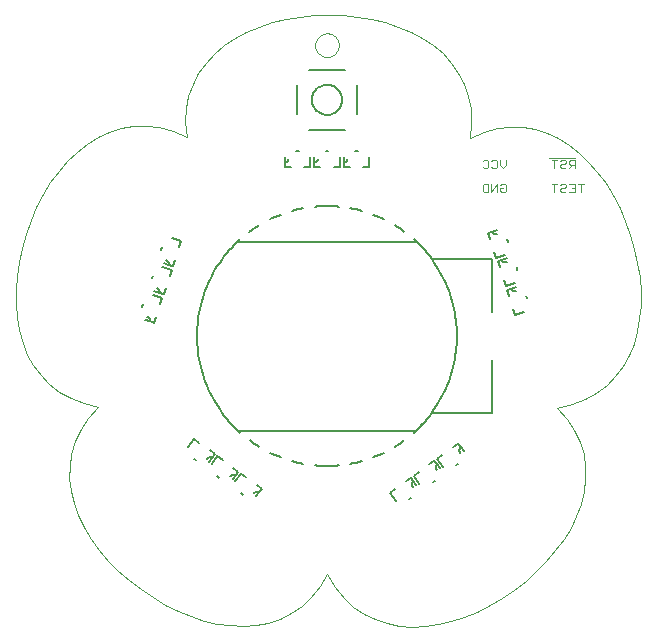
<source format=gbo>
G75*
%MOIN*%
%OFA0B0*%
%FSLAX24Y24*%
%IPPOS*%
%LPD*%
%AMOC8*
5,1,8,0,0,1.08239X$1,22.5*
%
%ADD10C,0.0000*%
%ADD11C,0.0050*%
%ADD12C,0.0080*%
%ADD13C,0.0030*%
%ADD14C,0.0060*%
D10*
X003693Y003291D02*
X003390Y003649D01*
X003120Y004022D01*
X002887Y004409D01*
X002694Y004806D01*
X002545Y005211D01*
X002443Y005621D01*
X002392Y006035D01*
X002396Y006448D01*
X002458Y006859D01*
X002582Y007266D01*
X002770Y007665D01*
X003028Y008054D01*
X003358Y008430D01*
X002876Y008540D01*
X002444Y008703D01*
X002061Y008914D01*
X001725Y009170D01*
X001436Y009466D01*
X001193Y009799D01*
X000992Y010163D01*
X000834Y010555D01*
X000718Y010971D01*
X000640Y011406D01*
X000602Y011856D01*
X000600Y012317D01*
X000634Y012786D01*
X000702Y013256D01*
X000804Y013726D01*
X000937Y014189D01*
X001100Y014643D01*
X001293Y015082D01*
X001514Y015504D01*
X001760Y015902D01*
X002032Y016275D01*
X002328Y016616D01*
X002646Y016922D01*
X002985Y017189D01*
X003344Y017413D01*
X003721Y017589D01*
X004116Y017713D01*
X004526Y017781D01*
X004951Y017789D01*
X005388Y017733D01*
X005838Y017608D01*
X006298Y017411D01*
X006253Y017903D01*
X006275Y018365D01*
X006357Y018794D01*
X006497Y019192D01*
X006689Y019558D01*
X006930Y019893D01*
X007215Y020196D01*
X007539Y020467D01*
X007898Y020707D01*
X008288Y020915D01*
X008704Y021091D01*
X009143Y021235D01*
X009598Y021347D01*
X010067Y021428D01*
X010545Y021476D01*
X011027Y021493D01*
X011509Y021477D01*
X011986Y021430D01*
X012455Y021351D01*
X012911Y021239D01*
X013349Y021096D01*
X013765Y020920D01*
X014154Y020712D01*
X014513Y020472D01*
X014837Y020200D01*
X015121Y019895D01*
X015361Y019559D01*
X015552Y019190D01*
X015691Y018788D01*
X015773Y018354D01*
X015793Y017888D01*
X015748Y017390D01*
X016202Y017584D01*
X016647Y017707D01*
X017081Y017761D01*
X017503Y017751D01*
X017911Y017681D01*
X018304Y017556D01*
X018680Y017379D01*
X019038Y017154D01*
X019377Y016887D01*
X019695Y016580D01*
X019991Y016238D01*
X020264Y015866D01*
X020511Y015467D01*
X020733Y015046D01*
X020926Y014607D01*
X021091Y014154D01*
X021225Y013691D01*
X021328Y013222D01*
X021397Y012751D01*
X021432Y012284D01*
X021431Y011823D01*
X021392Y011373D01*
X021315Y010938D01*
X021198Y010523D01*
X021039Y010131D01*
X020837Y009767D01*
X020591Y009434D01*
X020299Y009138D01*
X019960Y008882D01*
X019573Y008670D01*
X019136Y008507D01*
X018647Y008396D01*
X018973Y008024D01*
X019227Y007638D01*
X019413Y007242D01*
X019534Y006838D01*
X019593Y006429D01*
X019595Y006017D01*
X019543Y005604D01*
X019440Y005194D01*
X019291Y004789D01*
X019097Y004392D01*
X018864Y004005D01*
X018594Y003631D01*
X018291Y003272D01*
X017959Y002931D01*
X017601Y002611D01*
X017221Y002314D01*
X016822Y002043D01*
X016408Y001801D01*
X015982Y001590D01*
X015548Y001412D01*
X015109Y001271D01*
X014670Y001169D01*
X014232Y001108D01*
X013801Y001091D01*
X013379Y001121D01*
X012970Y001200D01*
X012578Y001332D01*
X012206Y001518D01*
X011858Y001761D01*
X011537Y002064D01*
X011246Y002429D01*
X010990Y002859D01*
X010737Y002434D01*
X010449Y002074D01*
X010129Y001775D01*
X009782Y001535D01*
X009411Y001352D01*
X009020Y001222D01*
X008612Y001145D01*
X008190Y001116D01*
X007759Y001133D01*
X007321Y001194D01*
X006881Y001296D01*
X006441Y001437D01*
X006007Y001614D01*
X005580Y001825D01*
X005165Y002066D01*
X004765Y002336D01*
X004384Y002632D01*
X004026Y002951D01*
X003693Y003291D01*
X010583Y020475D02*
X010585Y020514D01*
X010591Y020553D01*
X010601Y020591D01*
X010614Y020628D01*
X010631Y020663D01*
X010651Y020697D01*
X010675Y020728D01*
X010702Y020757D01*
X010731Y020783D01*
X010763Y020806D01*
X010797Y020826D01*
X010833Y020842D01*
X010870Y020854D01*
X010909Y020863D01*
X010948Y020868D01*
X010987Y020869D01*
X011026Y020866D01*
X011065Y020859D01*
X011102Y020848D01*
X011139Y020834D01*
X011174Y020816D01*
X011207Y020795D01*
X011238Y020770D01*
X011266Y020743D01*
X011291Y020713D01*
X011313Y020680D01*
X011332Y020646D01*
X011347Y020610D01*
X011359Y020572D01*
X011367Y020534D01*
X011371Y020495D01*
X011371Y020455D01*
X011367Y020416D01*
X011359Y020378D01*
X011347Y020340D01*
X011332Y020304D01*
X011313Y020270D01*
X011291Y020237D01*
X011266Y020207D01*
X011238Y020180D01*
X011207Y020155D01*
X011174Y020134D01*
X011139Y020116D01*
X011102Y020102D01*
X011065Y020091D01*
X011026Y020084D01*
X010987Y020081D01*
X010948Y020082D01*
X010909Y020087D01*
X010870Y020096D01*
X010833Y020108D01*
X010797Y020124D01*
X010763Y020144D01*
X010731Y020167D01*
X010702Y020193D01*
X010675Y020222D01*
X010651Y020253D01*
X010631Y020287D01*
X010614Y020322D01*
X010601Y020359D01*
X010591Y020397D01*
X010585Y020436D01*
X010583Y020475D01*
D11*
X008024Y013930D02*
X013930Y013930D01*
X014471Y013339D02*
X016311Y013339D01*
X016292Y013339D02*
X016489Y013339D01*
X016489Y011567D01*
X016489Y009993D02*
X016489Y008221D01*
X016095Y008221D01*
X016213Y008221D02*
X014471Y008221D01*
X014148Y007831D02*
X014148Y007831D01*
X013930Y007630D02*
X008024Y007630D01*
X007810Y007825D02*
X007723Y007921D01*
X007638Y008020D01*
X007557Y008122D01*
X007479Y008226D01*
X007404Y008332D01*
X007332Y008440D01*
X007263Y008551D01*
X007198Y008663D01*
X007136Y008778D01*
X007078Y008894D01*
X007023Y009012D01*
X006972Y009131D01*
X006924Y009252D01*
X006880Y009375D01*
X006840Y009498D01*
X006803Y009623D01*
X006770Y009749D01*
X006741Y009876D01*
X006716Y010003D01*
X006695Y010132D01*
X006677Y010260D01*
X006664Y010390D01*
X006654Y010519D01*
X006648Y010649D01*
X006646Y010779D01*
X009804Y014949D02*
X009900Y014975D01*
X009996Y014999D01*
X010093Y015020D01*
X010191Y015039D01*
X010581Y015093D02*
X010680Y015101D01*
X010779Y015107D01*
X010878Y015110D01*
X010977Y015111D01*
X008088Y014006D02*
X008015Y013939D01*
X007943Y013871D01*
X007873Y013800D01*
X007805Y013728D01*
X009067Y014667D02*
X009156Y014710D01*
X009247Y014751D01*
X009338Y014789D01*
X009430Y014826D01*
X008722Y014478D02*
X008637Y014425D01*
X008555Y014370D01*
X008473Y014314D01*
X008393Y014255D01*
X012522Y006735D02*
X012614Y006772D01*
X012706Y006810D01*
X012796Y006851D01*
X012886Y006894D01*
X014149Y007830D02*
X014236Y007927D01*
X014320Y008026D01*
X014401Y008127D01*
X014479Y008231D01*
X014553Y008337D01*
X014625Y008445D01*
X014693Y008555D01*
X014758Y008668D01*
X014820Y008782D01*
X014878Y008898D01*
X014933Y009016D01*
X014984Y009135D01*
X015031Y009256D01*
X015075Y009378D01*
X015115Y009501D01*
X015152Y009626D01*
X015184Y009751D01*
X015213Y009878D01*
X015238Y010005D01*
X015260Y010133D01*
X015277Y010262D01*
X015291Y010391D01*
X015300Y010520D01*
X015306Y010650D01*
X015308Y010780D01*
X010977Y006449D02*
X010878Y006450D01*
X010779Y006454D01*
X010681Y006459D01*
X010582Y006467D01*
X012148Y014950D02*
X012052Y014975D01*
X011956Y014999D01*
X011859Y015020D01*
X011762Y015039D01*
X014147Y007831D02*
X014079Y007760D01*
X014009Y007689D01*
X013937Y007621D01*
X013864Y007554D01*
X011372Y015093D02*
X011274Y015101D01*
X011175Y015106D01*
X011076Y015110D01*
X010977Y015111D01*
X011372Y006468D02*
X011274Y006460D01*
X011175Y006455D01*
X011075Y006451D01*
X010976Y006450D01*
X013558Y014258D02*
X013478Y014316D01*
X013396Y014372D01*
X013313Y014427D01*
X013229Y014479D01*
X012149Y006612D02*
X012053Y006586D01*
X011956Y006562D01*
X011860Y006541D01*
X011762Y006522D01*
X012884Y014668D02*
X012795Y014711D01*
X012705Y014751D01*
X012614Y014790D01*
X012521Y014826D01*
X013559Y007305D02*
X013479Y007247D01*
X013398Y007190D01*
X013315Y007136D01*
X013231Y007083D01*
X014146Y013733D02*
X014077Y013804D01*
X014007Y013874D01*
X013936Y013943D01*
X013863Y014009D01*
X009433Y006733D02*
X009341Y006770D01*
X009250Y006808D01*
X009160Y006848D01*
X009071Y006891D01*
X015308Y010780D02*
X015306Y010910D01*
X015300Y011040D01*
X015290Y011169D01*
X015277Y011299D01*
X015259Y011427D01*
X015238Y011556D01*
X015213Y011683D01*
X015184Y011810D01*
X015151Y011935D01*
X015115Y012060D01*
X015074Y012184D01*
X015030Y012306D01*
X014983Y012427D01*
X014931Y012546D01*
X014877Y012664D01*
X014818Y012780D01*
X014757Y012895D01*
X014692Y013007D01*
X014623Y013117D01*
X014551Y013226D01*
X014476Y013332D01*
X014398Y013436D01*
X014317Y013537D01*
X014233Y013636D01*
X014146Y013732D01*
X010192Y006521D02*
X010095Y006540D01*
X009999Y006561D01*
X009903Y006584D01*
X009807Y006610D01*
X006646Y010780D02*
X006648Y010910D01*
X006654Y011039D01*
X006663Y011168D01*
X006677Y011297D01*
X006694Y011426D01*
X006716Y011554D01*
X006741Y011681D01*
X006770Y011807D01*
X006802Y011933D01*
X006839Y012057D01*
X006879Y012181D01*
X006923Y012303D01*
X006970Y012424D01*
X007021Y012543D01*
X007076Y012660D01*
X007134Y012776D01*
X007195Y012891D01*
X007260Y013003D01*
X007328Y013113D01*
X007400Y013221D01*
X007475Y013327D01*
X007552Y013431D01*
X007633Y013532D01*
X007717Y013631D01*
X007804Y013728D01*
X008398Y007301D02*
X008478Y007243D01*
X008559Y007187D01*
X008642Y007132D01*
X008726Y007080D01*
X008093Y007549D02*
X008020Y007616D01*
X007948Y007684D01*
X007878Y007754D01*
X007810Y007826D01*
D12*
X010370Y017654D02*
X011583Y017654D01*
X011977Y018166D02*
X011977Y019154D01*
X011583Y019654D02*
X010370Y019654D01*
X009977Y019142D02*
X009977Y018166D01*
X010477Y018654D02*
X010479Y018698D01*
X010485Y018742D01*
X010495Y018785D01*
X010508Y018827D01*
X010525Y018868D01*
X010546Y018907D01*
X010570Y018944D01*
X010597Y018979D01*
X010627Y019011D01*
X010660Y019041D01*
X010696Y019067D01*
X010733Y019091D01*
X010773Y019110D01*
X010814Y019127D01*
X010857Y019139D01*
X010900Y019148D01*
X010944Y019153D01*
X010988Y019154D01*
X011032Y019151D01*
X011076Y019144D01*
X011119Y019133D01*
X011161Y019119D01*
X011201Y019101D01*
X011240Y019079D01*
X011276Y019055D01*
X011310Y019027D01*
X011342Y018996D01*
X011371Y018962D01*
X011397Y018926D01*
X011419Y018888D01*
X011438Y018848D01*
X011453Y018806D01*
X011465Y018764D01*
X011473Y018720D01*
X011477Y018676D01*
X011477Y018632D01*
X011473Y018588D01*
X011465Y018544D01*
X011453Y018502D01*
X011438Y018460D01*
X011419Y018420D01*
X011397Y018382D01*
X011371Y018346D01*
X011342Y018312D01*
X011310Y018281D01*
X011276Y018253D01*
X011240Y018229D01*
X011201Y018207D01*
X011161Y018189D01*
X011119Y018175D01*
X011076Y018164D01*
X011032Y018157D01*
X010988Y018154D01*
X010944Y018155D01*
X010900Y018160D01*
X010857Y018169D01*
X010814Y018181D01*
X010773Y018198D01*
X010733Y018217D01*
X010696Y018241D01*
X010660Y018267D01*
X010627Y018297D01*
X010597Y018329D01*
X010570Y018364D01*
X010546Y018401D01*
X010525Y018440D01*
X010508Y018481D01*
X010495Y018523D01*
X010485Y018566D01*
X010479Y018610D01*
X010477Y018654D01*
D13*
X016163Y016614D02*
X016211Y016662D01*
X016308Y016662D01*
X016356Y016614D01*
X016356Y016420D01*
X016308Y016372D01*
X016211Y016372D01*
X016163Y016420D01*
X016458Y016420D02*
X016506Y016372D01*
X016603Y016372D01*
X016651Y016420D01*
X016651Y016614D01*
X016603Y016662D01*
X016506Y016662D01*
X016458Y016614D01*
X016752Y016662D02*
X016752Y016469D01*
X016849Y016372D01*
X016946Y016469D01*
X016946Y016662D01*
X016897Y015862D02*
X016946Y015814D01*
X016946Y015620D01*
X016897Y015572D01*
X016801Y015572D01*
X016752Y015620D01*
X016752Y015717D01*
X016849Y015717D01*
X016752Y015814D02*
X016801Y015862D01*
X016897Y015862D01*
X016651Y015862D02*
X016458Y015572D01*
X016458Y015862D01*
X016356Y015862D02*
X016211Y015862D01*
X016163Y015814D01*
X016163Y015620D01*
X016211Y015572D01*
X016356Y015572D01*
X016356Y015862D01*
X016651Y015862D02*
X016651Y015572D01*
X018377Y016722D02*
X019261Y016722D01*
X019246Y016662D02*
X019101Y016662D01*
X019052Y016614D01*
X019052Y016517D01*
X019101Y016469D01*
X019246Y016469D01*
X019149Y016469D02*
X019052Y016372D01*
X018951Y016420D02*
X018903Y016372D01*
X018806Y016372D01*
X018758Y016420D01*
X018758Y016469D01*
X018806Y016517D01*
X018903Y016517D01*
X018951Y016565D01*
X018951Y016614D01*
X018903Y016662D01*
X018806Y016662D01*
X018758Y016614D01*
X018656Y016662D02*
X018463Y016662D01*
X018560Y016662D02*
X018560Y016372D01*
X018560Y015862D02*
X018560Y015572D01*
X018758Y015620D02*
X018806Y015572D01*
X018903Y015572D01*
X018951Y015620D01*
X018903Y015717D02*
X018806Y015717D01*
X018758Y015669D01*
X018758Y015620D01*
X018903Y015717D02*
X018951Y015765D01*
X018951Y015814D01*
X018903Y015862D01*
X018806Y015862D01*
X018758Y015814D01*
X018656Y015862D02*
X018463Y015862D01*
X019052Y015862D02*
X019246Y015862D01*
X019246Y015572D01*
X019052Y015572D01*
X019149Y015717D02*
X019246Y015717D01*
X019347Y015862D02*
X019540Y015862D01*
X019444Y015862D02*
X019444Y015572D01*
X019246Y016372D02*
X019246Y016662D01*
D14*
X016979Y014002D02*
X017004Y013926D01*
X016915Y013487D02*
X016611Y013388D01*
X016546Y013588D01*
X016665Y013271D02*
X016808Y013317D01*
X016969Y013370D01*
X016969Y013243D02*
X016950Y013237D01*
X016930Y013233D01*
X016910Y013234D01*
X016890Y013237D01*
X016872Y013244D01*
X016854Y013254D01*
X016839Y013266D01*
X016826Y013281D01*
X016815Y013298D01*
X016808Y013317D01*
X016665Y013271D02*
X016730Y013071D01*
X016866Y012653D02*
X016931Y012453D01*
X017235Y012552D01*
X017289Y012410D02*
X017127Y012358D01*
X016985Y012311D01*
X017050Y012111D01*
X017127Y012358D02*
X017134Y012339D01*
X017145Y012322D01*
X017158Y012307D01*
X017173Y012295D01*
X017191Y012285D01*
X017209Y012278D01*
X017229Y012275D01*
X017249Y012274D01*
X017269Y012278D01*
X017288Y012284D01*
X017619Y012107D02*
X017644Y012031D01*
X017555Y011592D02*
X017251Y011493D01*
X017186Y011693D01*
X017324Y012991D02*
X017299Y013067D01*
X016410Y014006D02*
X016345Y014206D01*
X016488Y014252D01*
X016649Y014305D01*
X016649Y014178D02*
X016630Y014172D01*
X016610Y014168D01*
X016590Y014169D01*
X016570Y014172D01*
X016552Y014179D01*
X016534Y014189D01*
X016519Y014201D01*
X016506Y014216D01*
X016495Y014233D01*
X016488Y014252D01*
X012391Y016415D02*
X012181Y016415D01*
X012391Y016415D02*
X012391Y016735D01*
X012001Y016955D02*
X011921Y016955D01*
X011531Y016735D02*
X011531Y016565D01*
X011531Y016415D01*
X011741Y016415D01*
X011532Y016566D02*
X011551Y016567D01*
X011571Y016572D01*
X011589Y016580D01*
X011606Y016590D01*
X011621Y016604D01*
X011633Y016620D01*
X011642Y016637D01*
X011649Y016656D01*
X011652Y016676D01*
X011651Y016696D01*
X011407Y016735D02*
X011407Y016415D01*
X011197Y016415D01*
X010757Y016415D02*
X010547Y016415D01*
X010547Y016565D01*
X010547Y016735D01*
X010666Y016696D02*
X010667Y016676D01*
X010664Y016656D01*
X010657Y016637D01*
X010648Y016620D01*
X010636Y016604D01*
X010621Y016590D01*
X010604Y016580D01*
X010586Y016572D01*
X010566Y016567D01*
X010547Y016566D01*
X010423Y016415D02*
X010213Y016415D01*
X010423Y016415D02*
X010423Y016735D01*
X010033Y016955D02*
X009953Y016955D01*
X009563Y016735D02*
X009563Y016565D01*
X009563Y016415D01*
X009773Y016415D01*
X009563Y016566D02*
X009582Y016567D01*
X009602Y016572D01*
X009620Y016580D01*
X009637Y016590D01*
X009652Y016604D01*
X009664Y016620D01*
X009673Y016637D01*
X009680Y016656D01*
X009683Y016676D01*
X009682Y016696D01*
X010937Y016955D02*
X011017Y016955D01*
X006101Y013935D02*
X006036Y013735D01*
X006101Y013935D02*
X005796Y014034D01*
X005467Y013731D02*
X005442Y013655D01*
X005531Y013216D02*
X005692Y013164D01*
X005835Y013117D01*
X005900Y013317D01*
X005692Y013163D02*
X005697Y013183D01*
X005699Y013202D01*
X005697Y013222D01*
X005692Y013242D01*
X005684Y013260D01*
X005673Y013276D01*
X005659Y013291D01*
X005643Y013302D01*
X005625Y013311D01*
X005606Y013317D01*
X005493Y013091D02*
X005798Y012992D01*
X005733Y012792D01*
X005597Y012374D02*
X005532Y012174D01*
X005389Y012220D01*
X005228Y012273D01*
X005303Y012374D02*
X005322Y012368D01*
X005340Y012359D01*
X005356Y012348D01*
X005370Y012333D01*
X005381Y012317D01*
X005389Y012299D01*
X005394Y012279D01*
X005396Y012259D01*
X005394Y012240D01*
X005389Y012220D01*
X005486Y012040D02*
X005421Y011841D01*
X005486Y012040D02*
X005181Y012139D01*
X004851Y011836D02*
X004827Y011760D01*
X004915Y011321D02*
X005077Y011269D01*
X005220Y011223D01*
X005285Y011422D01*
X005077Y011269D02*
X005082Y011289D01*
X005084Y011308D01*
X005082Y011328D01*
X005077Y011348D01*
X005069Y011366D01*
X005058Y011382D01*
X005044Y011397D01*
X005028Y011408D01*
X005010Y011417D01*
X004991Y011423D01*
X005139Y012712D02*
X005164Y012788D01*
X006541Y007350D02*
X006711Y007227D01*
X006541Y007350D02*
X006353Y007091D01*
X006539Y006684D02*
X006604Y006637D01*
X007049Y006586D02*
X007149Y006723D01*
X007237Y006844D01*
X007067Y006968D01*
X007328Y006767D02*
X007498Y006643D01*
X007328Y006767D02*
X007140Y006508D01*
X007148Y006723D02*
X007132Y006734D01*
X007113Y006741D01*
X007094Y006746D01*
X007074Y006747D01*
X007054Y006745D01*
X007035Y006739D01*
X007017Y006730D01*
X007001Y006719D01*
X006986Y006705D01*
X006975Y006688D01*
X007326Y006101D02*
X007391Y006054D01*
X007836Y006002D02*
X007936Y006140D01*
X008024Y006261D01*
X007854Y006385D01*
X008112Y006197D02*
X008282Y006073D01*
X008112Y006197D02*
X007924Y005938D01*
X007935Y006140D02*
X007919Y006151D01*
X007900Y006158D01*
X007881Y006163D01*
X007861Y006164D01*
X007841Y006162D01*
X007822Y006156D01*
X007804Y006147D01*
X007788Y006136D01*
X007773Y006122D01*
X007762Y006105D01*
X008111Y005531D02*
X008175Y005484D01*
X008620Y005432D02*
X008720Y005570D01*
X008808Y005691D01*
X008638Y005815D01*
X008720Y005570D02*
X008704Y005581D01*
X008685Y005588D01*
X008666Y005593D01*
X008646Y005594D01*
X008626Y005592D01*
X008607Y005586D01*
X008589Y005577D01*
X008573Y005566D01*
X008558Y005552D01*
X008547Y005535D01*
X013078Y005554D02*
X013248Y005677D01*
X013078Y005554D02*
X013267Y005295D01*
X013711Y005346D02*
X013776Y005393D01*
X013962Y005800D02*
X013862Y005938D01*
X013774Y006059D01*
X013604Y005936D01*
X013866Y006120D02*
X014036Y006243D01*
X013866Y006120D02*
X014054Y005861D01*
X013863Y005938D02*
X013847Y005925D01*
X013834Y005910D01*
X013824Y005893D01*
X013817Y005874D01*
X013813Y005855D01*
X013812Y005835D01*
X013815Y005815D01*
X013821Y005796D01*
X013830Y005778D01*
X013842Y005762D01*
X014499Y005912D02*
X014564Y005959D01*
X014750Y006366D02*
X014650Y006504D01*
X014562Y006625D01*
X014392Y006502D01*
X014653Y006686D02*
X014823Y006809D01*
X014653Y006686D02*
X014841Y006427D01*
X014650Y006504D02*
X014634Y006491D01*
X014621Y006476D01*
X014611Y006459D01*
X014604Y006440D01*
X014600Y006421D01*
X014599Y006401D01*
X014602Y006381D01*
X014608Y006362D01*
X014617Y006344D01*
X014629Y006328D01*
X015286Y006478D02*
X015351Y006525D01*
X015537Y006932D02*
X015437Y007070D01*
X015349Y007191D01*
X015179Y007068D01*
X015438Y007070D02*
X015422Y007057D01*
X015409Y007042D01*
X015399Y007025D01*
X015392Y007006D01*
X015388Y006987D01*
X015387Y006967D01*
X015390Y006947D01*
X015396Y006928D01*
X015405Y006910D01*
X015417Y006894D01*
M02*

</source>
